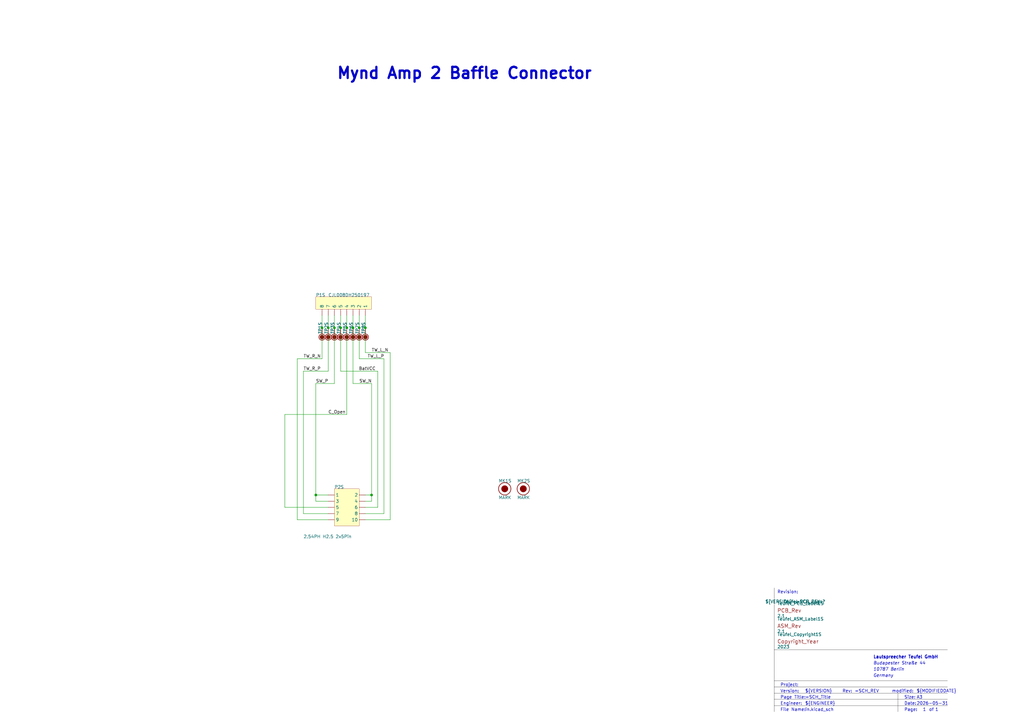
<source format=kicad_sch>
(kicad_sch
	(version 20231120)
	(generator "eeschema")
	(generator_version "8.0")
	(uuid "38c9208b-1f45-43eb-8407-32e87f11e7e5")
	(paper "A3")
	(title_block
		(title "=SCH_Title")
		(rev "=SCH_REV")
	)
	(lib_symbols
		(symbol "Mynd_Conn-altium-import:root_0_CON 2X5P"
			(exclude_from_sim no)
			(in_bom yes)
			(on_board yes)
			(property "Reference" ""
				(at 0 0 0)
				(effects
					(font
						(size 1.27 1.27)
					)
				)
			)
			(property "Value" ""
				(at 0 0 0)
				(effects
					(font
						(size 1.27 1.27)
					)
				)
			)
			(property "Footprint" ""
				(at 0 0 0)
				(effects
					(font
						(size 1.27 1.27)
					)
					(hide yes)
				)
			)
			(property "Datasheet" ""
				(at 0 0 0)
				(effects
					(font
						(size 1.27 1.27)
					)
					(hide yes)
				)
			)
			(property "Description" "SMD BTB CONNECTOR 10P P2.54mm GOLD"
				(at 0 0 0)
				(effects
					(font
						(size 1.27 1.27)
					)
					(hide yes)
				)
			)
			(property "ki_fp_filters" "*Pin_Header_SMD_Side_2X5_254*"
				(at 0 0 0)
				(effects
					(font
						(size 1.27 1.27)
					)
					(hide yes)
				)
			)
			(symbol "root_0_CON 2X5P_1_0"
				(rectangle
					(start 10.16 0)
					(end 0 -15.24)
					(stroke
						(width 0.0254)
						(type solid)
						(color 128 0 0 1)
					)
					(fill
						(type background)
					)
				)
				(pin passive line
					(at -2.54 -2.54 0)
					(length 2.54)
					(name "1"
						(effects
							(font
								(size 1.27 1.27)
							)
						)
					)
					(number "1"
						(effects
							(font
								(size 0 0)
							)
						)
					)
				)
				(pin passive line
					(at 12.7 -12.7 180)
					(length 2.54)
					(name "10"
						(effects
							(font
								(size 1.27 1.27)
							)
						)
					)
					(number "10"
						(effects
							(font
								(size 0 0)
							)
						)
					)
				)
				(pin passive line
					(at 12.7 -2.54 180)
					(length 2.54)
					(name "2"
						(effects
							(font
								(size 1.27 1.27)
							)
						)
					)
					(number "2"
						(effects
							(font
								(size 0 0)
							)
						)
					)
				)
				(pin passive line
					(at -2.54 -5.08 0)
					(length 2.54)
					(name "3"
						(effects
							(font
								(size 1.27 1.27)
							)
						)
					)
					(number "3"
						(effects
							(font
								(size 0 0)
							)
						)
					)
				)
				(pin passive line
					(at 12.7 -5.08 180)
					(length 2.54)
					(name "4"
						(effects
							(font
								(size 1.27 1.27)
							)
						)
					)
					(number "4"
						(effects
							(font
								(size 0 0)
							)
						)
					)
				)
				(pin passive line
					(at -2.54 -7.62 0)
					(length 2.54)
					(name "5"
						(effects
							(font
								(size 1.27 1.27)
							)
						)
					)
					(number "5"
						(effects
							(font
								(size 0 0)
							)
						)
					)
				)
				(pin passive line
					(at 12.7 -7.62 180)
					(length 2.54)
					(name "6"
						(effects
							(font
								(size 1.27 1.27)
							)
						)
					)
					(number "6"
						(effects
							(font
								(size 0 0)
							)
						)
					)
				)
				(pin passive line
					(at -2.54 -10.16 0)
					(length 2.54)
					(name "7"
						(effects
							(font
								(size 1.27 1.27)
							)
						)
					)
					(number "7"
						(effects
							(font
								(size 0 0)
							)
						)
					)
				)
				(pin passive line
					(at 12.7 -10.16 180)
					(length 2.54)
					(name "8"
						(effects
							(font
								(size 1.27 1.27)
							)
						)
					)
					(number "8"
						(effects
							(font
								(size 0 0)
							)
						)
					)
				)
				(pin passive line
					(at -2.54 -12.7 0)
					(length 2.54)
					(name "9"
						(effects
							(font
								(size 1.27 1.27)
							)
						)
					)
					(number "9"
						(effects
							(font
								(size 0 0)
							)
						)
					)
				)
			)
		)
		(symbol "Mynd_Conn-altium-import:root_0_MARK"
			(exclude_from_sim no)
			(in_bom yes)
			(on_board yes)
			(property "Reference" ""
				(at 0 0 0)
				(effects
					(font
						(size 1.27 1.27)
					)
				)
			)
			(property "Value" ""
				(at 0 0 0)
				(effects
					(font
						(size 1.27 1.27)
					)
				)
			)
			(property "Footprint" ""
				(at 0 0 0)
				(effects
					(font
						(size 1.27 1.27)
					)
					(hide yes)
				)
			)
			(property "Datasheet" ""
				(at 0 0 0)
				(effects
					(font
						(size 1.27 1.27)
					)
					(hide yes)
				)
			)
			(property "Description" "MARK DOT"
				(at 0 0 0)
				(effects
					(font
						(size 1.27 1.27)
					)
					(hide yes)
				)
			)
			(property "ki_fp_filters" "*MARK*"
				(at 0 0 0)
				(effects
					(font
						(size 1.27 1.27)
					)
					(hide yes)
				)
			)
			(symbol "root_0_MARK_1_0"
				(circle
					(center 0 0)
					(radius 1.27)
					(stroke
						(width 0.254)
						(type solid)
					)
					(fill
						(type outline)
					)
				)
				(circle
					(center 0 0)
					(radius 2.54)
					(stroke
						(width 0.254)
						(type solid)
					)
					(fill
						(type none)
					)
				)
				(pin passive line
					(at 1.27 0 180)
					(length 1.27)
					(name "MK_B"
						(effects
							(font
								(size 0 0)
							)
						)
					)
					(number "MK_B"
						(effects
							(font
								(size 0 0)
							)
						)
					)
				)
				(pin passive line
					(at -1.27 0 0)
					(length 1.27)
					(name "MK_T"
						(effects
							(font
								(size 0 0)
							)
						)
					)
					(number "MK_T"
						(effects
							(font
								(size 0 0)
							)
						)
					)
				)
			)
		)
		(symbol "Mynd_Conn-altium-import:root_0_Teufel NoLogo"
			(exclude_from_sim no)
			(in_bom yes)
			(on_board yes)
			(property "Reference" ""
				(at 0 0 0)
				(effects
					(font
						(size 1.27 1.27)
					)
				)
			)
			(property "Value" ""
				(at 0 0 0)
				(effects
					(font
						(size 1.27 1.27)
					)
				)
			)
			(property "Footprint" ""
				(at 0 0 0)
				(effects
					(font
						(size 1.27 1.27)
					)
					(hide yes)
				)
			)
			(property "Datasheet" ""
				(at 0 0 0)
				(effects
					(font
						(size 1.27 1.27)
					)
					(hide yes)
				)
			)
			(property "Description" "Teufel PCB NoLogo"
				(at 0 0 0)
				(effects
					(font
						(size 1.27 1.27)
					)
					(hide yes)
				)
			)
			(property "ki_fp_filters" "*Teufel_NoLogo*"
				(at 0 0 0)
				(effects
					(font
						(size 1.27 1.27)
					)
					(hide yes)
				)
			)
		)
		(symbol "Mynd_Conn-altium-import:root_0_Teufel_ASM_Rev"
			(exclude_from_sim no)
			(in_bom yes)
			(on_board yes)
			(property "Reference" ""
				(at 0 0 0)
				(effects
					(font
						(size 1.27 1.27)
					)
				)
			)
			(property "Value" ""
				(at 0 0 0)
				(effects
					(font
						(size 1.27 1.27)
					)
				)
			)
			(property "Footprint" ""
				(at 0 0 0)
				(effects
					(font
						(size 1.27 1.27)
					)
					(hide yes)
				)
			)
			(property "Datasheet" ""
				(at 0 0 0)
				(effects
					(font
						(size 1.27 1.27)
					)
					(hide yes)
				)
			)
			(property "Description" "Teufel Assembly Rev. PCB Label"
				(at 0 0 0)
				(effects
					(font
						(size 1.27 1.27)
					)
					(hide yes)
				)
			)
			(property "ki_fp_filters" "*Teufel_ASM_Rev*"
				(at 0 0 0)
				(effects
					(font
						(size 1.27 1.27)
					)
					(hide yes)
				)
			)
			(symbol "root_0_Teufel_ASM_Rev_1_0"
				(text "ASM_Rev"
					(at 0 0 0)
					(effects
						(font
							(size 1.524 1.524)
						)
						(justify left bottom)
					)
				)
			)
		)
		(symbol "Mynd_Conn-altium-import:root_0_Teufel_Copyright"
			(exclude_from_sim no)
			(in_bom yes)
			(on_board yes)
			(property "Reference" ""
				(at 0 0 0)
				(effects
					(font
						(size 1.27 1.27)
					)
				)
			)
			(property "Value" ""
				(at 0 0 0)
				(effects
					(font
						(size 1.27 1.27)
					)
				)
			)
			(property "Footprint" ""
				(at 0 0 0)
				(effects
					(font
						(size 1.27 1.27)
					)
					(hide yes)
				)
			)
			(property "Datasheet" ""
				(at 0 0 0)
				(effects
					(font
						(size 1.27 1.27)
					)
					(hide yes)
				)
			)
			(property "Description" "Teufel Copyright PCB Label"
				(at 0 0 0)
				(effects
					(font
						(size 1.27 1.27)
					)
					(hide yes)
				)
			)
			(property "ki_fp_filters" "*Teufel_Copyright*"
				(at 0 0 0)
				(effects
					(font
						(size 1.27 1.27)
					)
					(hide yes)
				)
			)
			(symbol "root_0_Teufel_Copyright_1_0"
				(text "Copyright_Year"
					(at 0 0 0)
					(effects
						(font
							(size 1.524 1.524)
						)
						(justify left bottom)
					)
				)
			)
		)
		(symbol "Mynd_Conn-altium-import:root_0_Teufel_PCB_Rev"
			(exclude_from_sim no)
			(in_bom yes)
			(on_board yes)
			(property "Reference" ""
				(at 0 0 0)
				(effects
					(font
						(size 1.27 1.27)
					)
				)
			)
			(property "Value" ""
				(at 0 0 0)
				(effects
					(font
						(size 1.27 1.27)
					)
				)
			)
			(property "Footprint" ""
				(at 0 0 0)
				(effects
					(font
						(size 1.27 1.27)
					)
					(hide yes)
				)
			)
			(property "Datasheet" ""
				(at 0 0 0)
				(effects
					(font
						(size 1.27 1.27)
					)
					(hide yes)
				)
			)
			(property "Description" "Teufel PCB Rev. PCB Label"
				(at 0 0 0)
				(effects
					(font
						(size 1.27 1.27)
					)
					(hide yes)
				)
			)
			(property "ki_fp_filters" "*Teufel_PCB_Rev*"
				(at 0 0 0)
				(effects
					(font
						(size 1.27 1.27)
					)
					(hide yes)
				)
			)
			(symbol "root_0_Teufel_PCB_Rev_1_0"
				(text "PCB_Rev"
					(at 0 0 0)
					(effects
						(font
							(size 1.524 1.524)
						)
						(justify left bottom)
					)
				)
			)
		)
		(symbol "Mynd_Conn-altium-import:root_3_CON 8P"
			(exclude_from_sim no)
			(in_bom yes)
			(on_board yes)
			(property "Reference" ""
				(at 0 0 0)
				(effects
					(font
						(size 1.27 1.27)
					)
				)
			)
			(property "Value" ""
				(at 0 0 0)
				(effects
					(font
						(size 1.27 1.27)
					)
				)
			)
			(property "Footprint" ""
				(at 0 0 0)
				(effects
					(font
						(size 1.27 1.27)
					)
					(hide yes)
				)
			)
			(property "Datasheet" ""
				(at 0 0 0)
				(effects
					(font
						(size 1.27 1.27)
					)
					(hide yes)
				)
			)
			(property "Description" "SMD BTB CONNECTOR 8P P2.5mm GOLD"
				(at 0 0 0)
				(effects
					(font
						(size 1.27 1.27)
					)
					(hide yes)
				)
			)
			(property "ki_fp_filters" "*CJL008DH250197*"
				(at 0 0 0)
				(effects
					(font
						(size 1.27 1.27)
					)
					(hide yes)
				)
			)
			(symbol "root_3_CON 8P_1_0"
				(rectangle
					(start 0 0)
					(end -22.86 -5.08)
					(stroke
						(width 0.0254)
						(type solid)
						(color 128 0 0 1)
					)
					(fill
						(type background)
					)
				)
				(pin passive line
					(at -2.54 -7.62 90)
					(length 2.54)
					(name "1"
						(effects
							(font
								(size 1.27 1.27)
							)
						)
					)
					(number "1"
						(effects
							(font
								(size 0 0)
							)
						)
					)
				)
				(pin passive line
					(at -5.08 -7.62 90)
					(length 2.54)
					(name "2"
						(effects
							(font
								(size 1.27 1.27)
							)
						)
					)
					(number "2"
						(effects
							(font
								(size 0 0)
							)
						)
					)
				)
				(pin passive line
					(at -7.62 -7.62 90)
					(length 2.54)
					(name "3"
						(effects
							(font
								(size 1.27 1.27)
							)
						)
					)
					(number "3"
						(effects
							(font
								(size 0 0)
							)
						)
					)
				)
				(pin passive line
					(at -10.16 -7.62 90)
					(length 2.54)
					(name "4"
						(effects
							(font
								(size 1.27 1.27)
							)
						)
					)
					(number "4"
						(effects
							(font
								(size 0 0)
							)
						)
					)
				)
				(pin passive line
					(at -12.7 -7.62 90)
					(length 2.54)
					(name "5"
						(effects
							(font
								(size 1.27 1.27)
							)
						)
					)
					(number "5"
						(effects
							(font
								(size 0 0)
							)
						)
					)
				)
				(pin passive line
					(at -15.24 -7.62 90)
					(length 2.54)
					(name "6"
						(effects
							(font
								(size 1.27 1.27)
							)
						)
					)
					(number "6"
						(effects
							(font
								(size 0 0)
							)
						)
					)
				)
				(pin passive line
					(at -17.78 -7.62 90)
					(length 2.54)
					(name "7"
						(effects
							(font
								(size 1.27 1.27)
							)
						)
					)
					(number "7"
						(effects
							(font
								(size 0 0)
							)
						)
					)
				)
				(pin passive line
					(at -20.32 -7.62 90)
					(length 2.54)
					(name "8"
						(effects
							(font
								(size 1.27 1.27)
							)
						)
					)
					(number "8"
						(effects
							(font
								(size 0 0)
							)
						)
					)
				)
			)
		)
		(symbol "Mynd_Conn-altium-import:root_3_TP"
			(exclude_from_sim no)
			(in_bom yes)
			(on_board yes)
			(property "Reference" ""
				(at 0 0 0)
				(effects
					(font
						(size 1.27 1.27)
					)
				)
			)
			(property "Value" ""
				(at 0 0 0)
				(effects
					(font
						(size 1.27 1.27)
					)
				)
			)
			(property "Footprint" ""
				(at 0 0 0)
				(effects
					(font
						(size 1.27 1.27)
					)
					(hide yes)
				)
			)
			(property "Datasheet" ""
				(at 0 0 0)
				(effects
					(font
						(size 1.27 1.27)
					)
					(hide yes)
				)
			)
			(property "Description" "Test Point"
				(at 0 0 0)
				(effects
					(font
						(size 1.27 1.27)
					)
					(hide yes)
				)
			)
			(property "ki_fp_filters" "*TP120*"
				(at 0 0 0)
				(effects
					(font
						(size 1.27 1.27)
					)
					(hide yes)
				)
			)
			(symbol "root_3_TP_1_0"
				(circle
					(center 0 -3.81)
					(radius 0.762)
					(stroke
						(width 0.254)
						(type solid)
					)
					(fill
						(type outline)
					)
				)
				(circle
					(center 0 -3.81)
					(radius 1.27)
					(stroke
						(width 0.254)
						(type solid)
					)
					(fill
						(type none)
					)
				)
				(pin passive line
					(at 0 0 270)
					(length 2.54)
					(name "1"
						(effects
							(font
								(size 0 0)
							)
						)
					)
					(number "1"
						(effects
							(font
								(size 0 0)
							)
						)
					)
				)
			)
		)
	)
	(junction
		(at 149.86 134.4422)
		(diameter 0)
		(color 0 0 0 0)
		(uuid "114ab53c-cd4e-4bfb-8e6c-0a5ffa30b14d")
	)
	(junction
		(at 152.4 203.0222)
		(diameter 0)
		(color 0 0 0 0)
		(uuid "2647c9f3-5270-4a15-b937-c641f39a41cb")
	)
	(junction
		(at 142.24 134.4422)
		(diameter 0)
		(color 0 0 0 0)
		(uuid "33eedbbc-5fe8-4bda-853e-15a58cadce4f")
	)
	(junction
		(at 132.08 134.4422)
		(diameter 0)
		(color 0 0 0 0)
		(uuid "44e1a8f6-e865-42f3-a4d1-6991a9917aba")
	)
	(junction
		(at 139.7 134.4422)
		(diameter 0)
		(color 0 0 0 0)
		(uuid "55e5bf72-61e6-4962-85d3-f6cd25a301ca")
	)
	(junction
		(at 144.78 134.4422)
		(diameter 0)
		(color 0 0 0 0)
		(uuid "7f26cffc-3cfc-4180-ba9b-ad30f5df5ea4")
	)
	(junction
		(at 147.32 134.4422)
		(diameter 0)
		(color 0 0 0 0)
		(uuid "881280ee-e121-482d-bf0f-996fb20e315c")
	)
	(junction
		(at 134.62 134.4422)
		(diameter 0)
		(color 0 0 0 0)
		(uuid "a18b9122-448f-4884-af27-a5e8e4cb57e6")
	)
	(junction
		(at 129.54 203.0222)
		(diameter 0)
		(color 0 0 0 0)
		(uuid "e3ca6bc3-d513-48cb-8778-378cc9f72e86")
	)
	(junction
		(at 137.16 134.4422)
		(diameter 0)
		(color 0 0 0 0)
		(uuid "ff369779-fe93-43ec-882a-ff6fdcaad5c1")
	)
	(wire
		(pts
			(xy 139.7 152.2222) (xy 154.94 152.2222)
		)
		(stroke
			(width 0)
			(type default)
		)
		(uuid "01677095-0046-4391-8c2d-eddb1f8655b9")
	)
	(wire
		(pts
			(xy 134.62 129.3622) (xy 134.62 134.4422)
		)
		(stroke
			(width 0)
			(type default)
		)
		(uuid "03f59da1-6540-4cb4-aac7-3f035c304816")
	)
	(wire
		(pts
			(xy 149.86 203.0222) (xy 152.4 203.0222)
		)
		(stroke
			(width 0)
			(type default)
		)
		(uuid "0a0b347b-b200-4927-a9e7-e43934ca404e")
	)
	(wire
		(pts
			(xy 129.54 157.3022) (xy 137.16 157.3022)
		)
		(stroke
			(width 0)
			(type default)
		)
		(uuid "0af72778-8077-4ef4-92b4-317b5136d123")
	)
	(wire
		(pts
			(xy 157.48 210.6422) (xy 149.86 210.6422)
		)
		(stroke
			(width 0)
			(type default)
		)
		(uuid "12c97465-640d-4343-8956-b17dac7e2139")
	)
	(wire
		(pts
			(xy 137.16 134.4422) (xy 137.16 129.3622)
		)
		(stroke
			(width 0)
			(type default)
		)
		(uuid "1d05ba70-873c-4271-8b86-d7a6d0331aed")
	)
	(wire
		(pts
			(xy 149.86 213.1822) (xy 160.02 213.1822)
		)
		(stroke
			(width 0)
			(type default)
		)
		(uuid "226a4a05-f905-495a-8c24-b84f1fd2a8fd")
	)
	(wire
		(pts
			(xy 139.7 134.4422) (xy 139.7 152.2222)
		)
		(stroke
			(width 0)
			(type default)
		)
		(uuid "233dff18-33b3-4ad1-b0d5-f57a2e9826aa")
	)
	(wire
		(pts
			(xy 116.84 170.0022) (xy 116.84 208.1022)
		)
		(stroke
			(width 0)
			(type default)
		)
		(uuid "2b26d366-bf71-4741-9085-33b3af1b498c")
	)
	(polyline
		(pts
			(xy 317.5 291.9222) (xy 317.5 266.5222)
		)
		(stroke
			(width 0.0254)
			(type solid)
			(color 0 0 0 1)
		)
		(uuid "339dd4df-397e-4b26-818f-070b7beff232")
	)
	(polyline
		(pts
			(xy 317.5 266.5222) (xy 388.62 266.5222)
		)
		(stroke
			(width 0.0254)
			(type solid)
			(color 0 0 0 1)
		)
		(uuid "3df6dd0f-a703-4d0d-9789-9dd79eb54d8f")
	)
	(wire
		(pts
			(xy 160.02 144.6022) (xy 149.86 144.6022)
		)
		(stroke
			(width 0)
			(type default)
		)
		(uuid "44d812b4-49ac-4e8f-9a30-3ee7325fbd41")
	)
	(wire
		(pts
			(xy 134.62 134.4422) (xy 134.62 152.2222)
		)
		(stroke
			(width 0)
			(type default)
		)
		(uuid "47dbdf88-00f1-456f-b88c-d7cb48e7c205")
	)
	(wire
		(pts
			(xy 129.54 205.5622) (xy 129.54 203.0222)
		)
		(stroke
			(width 0)
			(type default)
		)
		(uuid "4b63f025-cd6b-4a8d-a445-c543d7e2d94d")
	)
	(wire
		(pts
			(xy 132.08 129.3622) (xy 132.08 134.4422)
		)
		(stroke
			(width 0)
			(type default)
		)
		(uuid "4e3d7fc8-87ee-42ec-9a73-6bac6f8ab8ff")
	)
	(wire
		(pts
			(xy 142.24 129.3622) (xy 142.24 134.4422)
		)
		(stroke
			(width 0)
			(type default)
		)
		(uuid "5bd0f43a-b89d-446a-8fe1-424fd2ef132d")
	)
	(polyline
		(pts
			(xy 317.5 279.2222) (xy 388.62 279.2222)
		)
		(stroke
			(width 0.0254)
			(type solid)
			(color 0 0 0 1)
		)
		(uuid "628f7aa9-23d1-4096-99e1-85f79c8c41ac")
	)
	(wire
		(pts
			(xy 152.4 157.3022) (xy 144.78 157.3022)
		)
		(stroke
			(width 0)
			(type default)
		)
		(uuid "639a632f-ca93-4a04-bb79-0b337af652ff")
	)
	(wire
		(pts
			(xy 142.24 134.4422) (xy 142.24 170.0022)
		)
		(stroke
			(width 0)
			(type default)
		)
		(uuid "681835ec-b633-4ed2-b156-ba79aa78f793")
	)
	(wire
		(pts
			(xy 124.46 152.2222) (xy 124.46 210.6422)
		)
		(stroke
			(width 0)
			(type default)
		)
		(uuid "6c6d1215-bb25-471a-a7ba-687a31d2d039")
	)
	(wire
		(pts
			(xy 149.86 134.4422) (xy 149.86 129.3622)
		)
		(stroke
			(width 0)
			(type default)
		)
		(uuid "714a6c51-3313-4571-b9a2-193dd9958923")
	)
	(wire
		(pts
			(xy 160.02 213.1822) (xy 160.02 144.6022)
		)
		(stroke
			(width 0)
			(type default)
		)
		(uuid "789ed741-15f2-439c-8167-3d109a8cb217")
	)
	(wire
		(pts
			(xy 132.08 147.1422) (xy 121.92 147.1422)
		)
		(stroke
			(width 0)
			(type default)
		)
		(uuid "82c56c37-5457-4476-b2ce-96be803bffc8")
	)
	(wire
		(pts
			(xy 142.24 170.0022) (xy 116.84 170.0022)
		)
		(stroke
			(width 0)
			(type default)
		)
		(uuid "879262ab-182d-4370-a19b-b052c8ac9bde")
	)
	(wire
		(pts
			(xy 116.84 208.1022) (xy 134.62 208.1022)
		)
		(stroke
			(width 0)
			(type default)
		)
		(uuid "8a1f0c50-ed27-47e3-aa2d-d9b921420359")
	)
	(wire
		(pts
			(xy 139.7 129.3622) (xy 139.7 134.4422)
		)
		(stroke
			(width 0)
			(type default)
		)
		(uuid "93006d14-e5a3-4797-bcd9-e61f52028273")
	)
	(wire
		(pts
			(xy 147.32 134.4422) (xy 147.32 147.1422)
		)
		(stroke
			(width 0)
			(type default)
		)
		(uuid "962f921c-99d9-4f77-873e-b246a8fc6219")
	)
	(wire
		(pts
			(xy 121.92 147.1422) (xy 121.92 213.1822)
		)
		(stroke
			(width 0)
			(type default)
		)
		(uuid "a03d3c05-923e-4ea6-b04c-5a645afb1998")
	)
	(polyline
		(pts
			(xy 317.5 266.5222) (xy 317.5 241.1222)
		)
		(stroke
			(width 0.0254)
			(type solid)
			(color 0 0 0 1)
		)
		(uuid "a2f6dcb1-7dfb-41de-a155-f6c219227af6")
	)
	(wire
		(pts
			(xy 154.94 152.2222) (xy 154.94 208.1022)
		)
		(stroke
			(width 0)
			(type default)
		)
		(uuid "aa14ed97-5dbc-49f5-97ac-0c4b49ce2db4")
	)
	(wire
		(pts
			(xy 157.48 147.1422) (xy 157.48 210.6422)
		)
		(stroke
			(width 0)
			(type default)
		)
		(uuid "af755cf2-c6b6-4f21-be8e-395ecd550b44")
	)
	(wire
		(pts
			(xy 149.86 144.6022) (xy 149.86 134.4422)
		)
		(stroke
			(width 0)
			(type default)
		)
		(uuid "b7d0b850-1cc5-4120-82e0-2ffdb711395b")
	)
	(wire
		(pts
			(xy 137.16 157.3022) (xy 137.16 134.4422)
		)
		(stroke
			(width 0)
			(type default)
		)
		(uuid "b85f8444-6731-4b83-af27-1536a8042cc7")
	)
	(polyline
		(pts
			(xy 317.5 284.3022) (xy 388.62 284.3022)
		)
		(stroke
			(width 0.0254)
			(type solid)
			(color 0 0 0 1)
		)
		(uuid "b96ca468-7f67-41c9-9473-46ca56a34510")
	)
	(wire
		(pts
			(xy 129.54 203.0222) (xy 129.54 157.3022)
		)
		(stroke
			(width 0)
			(type default)
		)
		(uuid "b9c2f334-aa32-4205-bd32-cc0ea90ccd7d")
	)
	(wire
		(pts
			(xy 121.92 213.1822) (xy 134.62 213.1822)
		)
		(stroke
			(width 0)
			(type default)
		)
		(uuid "bdb2f3a2-0639-467c-a87c-4acca636761b")
	)
	(wire
		(pts
			(xy 124.46 210.6422) (xy 134.62 210.6422)
		)
		(stroke
			(width 0)
			(type default)
		)
		(uuid "c0dff9cf-911d-4139-b45a-40bc211e546b")
	)
	(wire
		(pts
			(xy 134.62 203.0222) (xy 129.54 203.0222)
		)
		(stroke
			(width 0)
			(type default)
		)
		(uuid "c416a082-983e-4762-aebd-a7e9e0617eac")
	)
	(polyline
		(pts
			(xy 317.5 281.7622) (xy 388.62 281.7622)
		)
		(stroke
			(width 0.0254)
			(type solid)
			(color 0 0 0 1)
		)
		(uuid "c82e7df5-08d6-41af-ad2b-c1ce9fd2736a")
	)
	(wire
		(pts
			(xy 144.78 157.3022) (xy 144.78 134.4422)
		)
		(stroke
			(width 0)
			(type default)
		)
		(uuid "cc5f8b6b-a8de-429c-b5af-c019f9275859")
	)
	(polyline
		(pts
			(xy 368.3 291.9222) (xy 368.3 284.3022)
		)
		(stroke
			(width 0.0254)
			(type solid)
			(color 0 0 0 1)
		)
		(uuid "d52d311d-aec7-4906-b6b6-cf0bfc5a134f")
	)
	(wire
		(pts
			(xy 132.08 134.4422) (xy 132.08 147.1422)
		)
		(stroke
			(width 0)
			(type default)
		)
		(uuid "dc3cf38f-9411-4a26-b71b-66dd23758470")
	)
	(wire
		(pts
			(xy 152.4 205.5622) (xy 152.4 203.0222)
		)
		(stroke
			(width 0)
			(type default)
		)
		(uuid "e3e589bc-c362-4377-a29b-db80a9ab1a6d")
	)
	(wire
		(pts
			(xy 134.62 152.2222) (xy 124.46 152.2222)
		)
		(stroke
			(width 0)
			(type default)
		)
		(uuid "e8017a55-9122-4e94-9d2c-85ad940d11f2")
	)
	(wire
		(pts
			(xy 152.4 203.0222) (xy 152.4 157.3022)
		)
		(stroke
			(width 0)
			(type default)
		)
		(uuid "e8adf0a8-475f-4638-b9f0-23c7df7719fb")
	)
	(wire
		(pts
			(xy 144.78 134.4422) (xy 144.78 129.3622)
		)
		(stroke
			(width 0)
			(type default)
		)
		(uuid "e963b464-d36d-4fd4-80d5-d5ac23ab3449")
	)
	(wire
		(pts
			(xy 147.32 129.3622) (xy 147.32 134.4422)
		)
		(stroke
			(width 0)
			(type default)
		)
		(uuid "eafe3264-bdaa-4a06-8eb0-91afb18363f3")
	)
	(wire
		(pts
			(xy 147.32 147.1422) (xy 157.48 147.1422)
		)
		(stroke
			(width 0)
			(type default)
		)
		(uuid "ef849e5d-45af-4418-acf8-20c04032ede1")
	)
	(wire
		(pts
			(xy 154.94 208.1022) (xy 149.86 208.1022)
		)
		(stroke
			(width 0)
			(type default)
		)
		(uuid "f0faf9b7-3c1c-4b57-ae2b-d07eef2ccbc8")
	)
	(wire
		(pts
			(xy 149.86 205.5622) (xy 152.4 205.5622)
		)
		(stroke
			(width 0)
			(type default)
		)
		(uuid "f4e37ca7-5ae3-478a-9800-f30a59708ad8")
	)
	(polyline
		(pts
			(xy 317.5 286.8422) (xy 388.62 286.8422)
		)
		(stroke
			(width 0.0254)
			(type solid)
			(color 0 0 0 1)
		)
		(uuid "f556a5ee-60eb-4d56-87ea-172ced6ba98f")
	)
	(wire
		(pts
			(xy 134.62 205.5622) (xy 129.54 205.5622)
		)
		(stroke
			(width 0)
			(type default)
		)
		(uuid "f99e6c77-f1c1-43ca-88a9-f0106cebc019")
	)
	(polyline
		(pts
			(xy 317.5 289.3822) (xy 388.62 289.3822)
		)
		(stroke
			(width 0.0254)
			(type solid)
			(color 0 0 0 1)
		)
		(uuid "fa3e9dc7-473f-4cf1-adfc-7b4838fb02b3")
	)
	(text "Mynd Amp 2 Baffle Connector"
		(exclude_from_sim no)
		(at 190.5 32.8422 0)
		(effects
			(font
				(size 4.572 4.572)
				(thickness 0.9144)
				(bold yes)
			)
			(justify bottom)
		)
		(uuid "026be4d3-e3e3-4729-bce3-5188a6d89611")
	)
	(text "${FILENAME}"
		(exclude_from_sim no)
		(at 330.2 291.9222 0)
		(effects
			(font
				(size 1.27 1.27)
			)
			(justify left bottom)
		)
		(uuid "02b9ee4d-a1d6-4593-9235-63fe867f33bb")
	)
	(text "Date:"
		(exclude_from_sim no)
		(at 370.84 289.3822 0)
		(effects
			(font
				(size 1.27 1.27)
			)
			(justify left bottom)
		)
		(uuid "1f57825d-7c58-49fb-8e1e-ac982887bbf5")
	)
	(text "Version:"
		(exclude_from_sim no)
		(at 320.04 284.3022 0)
		(effects
			(font
				(size 1.27 1.27)
			)
			(justify left bottom)
		)
		(uuid "268bd858-2c06-4c22-9176-59944d5fe019")
	)
	(text "Germany"
		(exclude_from_sim no)
		(at 358.14 277.9522 0)
		(effects
			(font
				(size 1.27 1.27)
				(italic yes)
			)
			(justify left bottom)
		)
		(uuid "272d1ee3-3433-410a-bac9-09c2dbb48f99")
	)
	(text "Size:"
		(exclude_from_sim no)
		(at 370.84 286.8422 0)
		(effects
			(font
				(size 1.27 1.27)
			)
			(justify left bottom)
		)
		(uuid "3063a780-2851-4d76-a61e-387840e87ff7")
	)
	(text "Page Title:"
		(exclude_from_sim no)
		(at 320.04 286.8422 0)
		(effects
			(font
				(size 1.27 1.27)
			)
			(justify left bottom)
		)
		(uuid "32e0728d-e7d5-41fe-a5e5-0619223bfc68")
	)
	(text "${PROJECTNAME}"
		(exclude_from_sim no)
		(at 330.2 281.7622 0)
		(effects
			(font
				(size 1.27 1.27)
			)
			(justify left bottom)
		)
		(uuid "3f164309-a73b-4b5d-b75e-d4688d56c44b")
	)
	(text "Lautspreecher Teufel GmbH"
		(exclude_from_sim no)
		(at 358.14 270.3322 0)
		(effects
			(font
				(size 1.27 1.27)
				(thickness 0.254)
				(bold yes)
			)
			(justify left bottom)
		)
		(uuid "43cad2e2-4f6a-44e8-92ac-598c414e324a")
	)
	(text "modified:"
		(exclude_from_sim no)
		(at 365.76 284.3022 0)
		(effects
			(font
				(size 1.27 1.27)
			)
			(justify left bottom)
		)
		(uuid "4722b800-5c02-45e8-84a6-62a7bfb3957d")
	)
	(text "Budapester Straße 44"
		(exclude_from_sim no)
		(at 358.14 272.8722 0)
		(effects
			(font
				(size 1.27 1.27)
				(italic yes)
			)
			(justify left bottom)
		)
		(uuid "4e82aa5c-c121-4fae-a507-325673244130")
	)
	(text "${REVISION}"
		(exclude_from_sim no)
		(at 350.52 284.3022 0)
		(effects
			(font
				(size 1.27 1.27)
			)
			(justify left bottom)
		)
		(uuid "52cf2ea7-de9f-4b02-925a-777130f1b401")
	)
	(text "${MODIFIEDDATE}"
		(exclude_from_sim no)
		(at 375.92 284.3022 0)
		(effects
			(font
				(size 1.27 1.27)
			)
			(justify left bottom)
		)
		(uuid "568955c9-fb84-46cd-a070-e4dd5556b9a0")
	)
	(text "Revision:"
		(exclude_from_sim no)
		(at 318.77 243.6622 0)
		(effects
			(font
				(size 1.27 1.27)
			)
			(justify left bottom)
		)
		(uuid "6e7cec31-741e-4600-8e90-0b0a096a1349")
	)
	(text "Project:"
		(exclude_from_sim no)
		(at 320.04 281.7622 0)
		(effects
			(font
				(size 1.27 1.27)
			)
			(justify left bottom)
		)
		(uuid "72126497-3133-4991-9f26-0390a3d8564c")
	)
	(text "${#}"
		(exclude_from_sim no)
		(at 378.46 291.9222 0)
		(effects
			(font
				(size 1.27 1.27)
			)
			(justify left bottom)
		)
		(uuid "74a3910c-b927-4c92-b80c-e0829e2717ee")
	)
	(text "Rev:"
		(exclude_from_sim no)
		(at 345.44 284.3022 0)
		(effects
			(font
				(size 1.27 1.27)
			)
			(justify left bottom)
		)
		(uuid "7534cd88-1a8c-4d32-a591-44c09fd444aa")
	)
	(text "of"
		(exclude_from_sim no)
		(at 381 291.9222 0)
		(effects
			(font
				(size 1.27 1.27)
			)
			(justify left bottom)
		)
		(uuid "7bb2dc6f-22bd-4b60-afd9-88d2a010ad2a")
	)
	(text "${ENGINEER}"
		(exclude_from_sim no)
		(at 330.2 289.3822 0)
		(effects
			(font
				(size 1.27 1.27)
			)
			(justify left bottom)
		)
		(uuid "7fe2a338-ccd6-4e69-9440-411eebbf6920")
	)
	(text "File Name:"
		(exclude_from_sim no)
		(at 320.04 291.9222 0)
		(effects
			(font
				(size 1.27 1.27)
			)
			(justify left bottom)
		)
		(uuid "8828c77b-2575-4f78-b616-106eb92f2e43")
	)
	(text "${CURRENT_DATE}"
		(exclude_from_sim no)
		(at 375.92 289.3822 0)
		(effects
			(font
				(size 1.27 1.27)
			)
			(justify left bottom)
		)
		(uuid "888b1cf8-3fda-40c5-b987-0992642f0825")
	)
	(text "${VERSION}"
		(exclude_from_sim no)
		(at 330.2 284.3022 0)
		(effects
			(font
				(size 1.27 1.27)
			)
			(justify left bottom)
		)
		(uuid "9bd8ad83-9d9e-4556-9f0a-7f6960d8682a")
	)
	(text "Page:"
		(exclude_from_sim no)
		(at 370.84 291.9222 0)
		(effects
			(font
				(size 1.27 1.27)
			)
			(justify left bottom)
		)
		(uuid "b8af7093-5109-4ee9-afb0-368ae1e7b40e")
	)
	(text "${##}"
		(exclude_from_sim no)
		(at 383.54 291.9222 0)
		(effects
			(font
				(size 1.27 1.27)
			)
			(justify left bottom)
		)
		(uuid "bcf1ed37-c3ff-43f7-92b1-8f30ec27cd8b")
	)
	(text "Engineer:"
		(exclude_from_sim no)
		(at 320.04 289.3822 0)
		(effects
			(font
				(size 1.27 1.27)
			)
			(justify left bottom)
		)
		(uuid "f8b8d0fc-e424-4418-b990-4c2876f7172c")
	)
	(text "${TITLE}"
		(exclude_from_sim no)
		(at 330.2 286.8422 0)
		(effects
			(font
				(size 1.27 1.27)
			)
			(justify left bottom)
		)
		(uuid "f9ea53c6-4eb9-4d60-a550-dc08db7ca06f")
	)
	(text "10787 Berlin"
		(exclude_from_sim no)
		(at 358.14 275.4122 0)
		(effects
			(font
				(size 1.27 1.27)
				(italic yes)
			)
			(justify left bottom)
		)
		(uuid "fa42a8b4-46f9-4c35-9518-587c690c7290")
	)
	(text "A3"
		(exclude_from_sim no)
		(at 375.92 286.8422 0)
		(effects
			(font
				(size 1.27 1.27)
			)
			(justify left bottom)
		)
		(uuid "fe3b24b3-d1c6-48a1-a11a-b748a7167a5d")
	)
	(label "C_Open"
		(at 134.62 170.0022 0)
		(effects
			(font
				(size 1.27 1.27)
			)
			(justify left bottom)
		)
		(uuid "6b82c71b-c531-430e-8fe7-d611b8ca63e2")
	)
	(label "TW_L_P"
		(at 150.716 147.1422 0)
		(effects
			(font
				(size 1.27 1.27)
			)
			(justify left bottom)
		)
		(uuid "8e860057-0ba2-4cba-9d0d-9660cec91ea4")
	)
	(label "TW_R_N"
		(at 124.46 147.1422 0)
		(effects
			(font
				(size 1.27 1.27)
			)
			(justify left bottom)
		)
		(uuid "997005a2-2f35-47e6-aaa4-0fc286edd0b6")
	)
	(label "BatVCC"
		(at 147.118 152.2222 0)
		(effects
			(font
				(size 1.27 1.27)
			)
			(justify left bottom)
		)
		(uuid "aba7f73e-d30d-41cc-bb31-4cbb8146345b")
	)
	(label "SW_N"
		(at 147.32 157.3022 0)
		(effects
			(font
				(size 1.27 1.27)
			)
			(justify left bottom)
		)
		(uuid "af91db90-73d3-46f0-8fa1-e39f8951effe")
	)
	(label "TW_R_P"
		(at 124.46 152.2222 0)
		(effects
			(font
				(size 1.27 1.27)
			)
			(justify left bottom)
		)
		(uuid "bdaa6f21-94bc-47d1-a140-8fb06e2fe8cf")
	)
	(label "SW_P"
		(at 129.54 157.3022 0)
		(effects
			(font
				(size 1.27 1.27)
			)
			(justify left bottom)
		)
		(uuid "db33dc5c-f530-4b9c-8404-16511b013d6e")
	)
	(label "TW_L_N"
		(at 152.4 144.6022 0)
		(effects
			(font
				(size 1.27 1.27)
			)
			(justify left bottom)
		)
		(uuid "f8d2544a-4dd3-41de-a6d8-210a8f250396")
	)
	(symbol
		(lib_id "Mynd_Conn-altium-import:root_0_Teufel_Copyright")
		(at 318.77 263.9822 0)
		(unit 1)
		(exclude_from_sim no)
		(in_bom yes)
		(on_board yes)
		(dnp no)
		(uuid "11b2e491-a2b9-4cc3-a0b1-6633c1dc071d")
		(property "Reference" "Teufel_Copyright1S"
			(at 318.77 260.9342 0)
			(effects
				(font
					(size 1.27 1.27)
				)
				(justify left bottom)
			)
		)
		(property "Value" "${ALTIUM_VALUE}"
			(at 318.77 266.0142 0)
			(effects
				(font
					(size 1.27 1.27)
				)
				(justify left bottom)
			)
		)
		(property "Footprint" "Teufel_Copyright"
			(at 318.77 263.9822 0)
			(effects
				(font
					(size 1.27 1.27)
				)
				(hide yes)
			)
		)
		(property "Datasheet" ""
			(at 318.77 263.9822 0)
			(effects
				(font
					(size 1.27 1.27)
				)
				(hide yes)
			)
		)
		(property "Description" "Teufel Copyright PCB Label"
			(at 318.77 263.9822 0)
			(effects
				(font
					(size 1.27 1.27)
				)
				(hide yes)
			)
		)
		(property "ALTIUM_VALUE" "2023"
			(at 318.77 260.9342 0)
			(effects
				(font
					(size 1.27 1.27)
				)
				(justify left bottom)
				(hide yes)
			)
		)
		(instances
			(project ""
				(path "/38c9208b-1f45-43eb-8407-32e87f11e7e5"
					(reference "Teufel_Copyright1S")
					(unit 1)
				)
			)
		)
	)
	(symbol
		(lib_id "Mynd_Conn-altium-import:root_3_TP")
		(at 142.24 134.4422 0)
		(unit 1)
		(exclude_from_sim no)
		(in_bom yes)
		(on_board yes)
		(dnp no)
		(uuid "2bbd4c0c-06c4-492e-8935-41ed058ad0c3")
		(property "Reference" "TP5S"
			(at 142.24 136.9822 90)
			(effects
				(font
					(size 1.27 1.27)
				)
				(justify left bottom)
			)
		)
		(property "Value" "TP12"
			(at 140.97 143.0782 0)
			(effects
				(font
					(size 1.27 1.27)
				)
				(justify left bottom)
				(hide yes)
			)
		)
		(property "Footprint" "TP120"
			(at 142.24 134.4422 0)
			(effects
				(font
					(size 1.27 1.27)
				)
				(hide yes)
			)
		)
		(property "Datasheet" ""
			(at 142.24 134.4422 0)
			(effects
				(font
					(size 1.27 1.27)
				)
				(hide yes)
			)
		)
		(property "Description" "Test Point"
			(at 142.24 134.4422 0)
			(effects
				(font
					(size 1.27 1.27)
				)
				(hide yes)
			)
		)
		(property "DESIGN ITEM ID" "TP"
			(at 140.97 133.9342 0)
			(effects
				(font
					(size 1.27 1.27)
				)
				(justify left bottom)
				(hide yes)
			)
		)
		(pin "1"
			(uuid "609e6484-1c05-49d3-8411-4c9acb30a07c")
		)
		(instances
			(project ""
				(path "/38c9208b-1f45-43eb-8407-32e87f11e7e5"
					(reference "TP5S")
					(unit 1)
				)
			)
		)
	)
	(symbol
		(lib_id "Mynd_Conn-altium-import:root_3_CON 8P")
		(at 152.4 121.7422 0)
		(unit 1)
		(exclude_from_sim no)
		(in_bom yes)
		(on_board yes)
		(dnp no)
		(uuid "2d4c9304-9af2-4b88-9d1d-e17de0a90beb")
		(property "Reference" "P1S"
			(at 129.54 121.7422 0)
			(effects
				(font
					(size 1.27 1.27)
				)
				(justify left bottom)
			)
		)
		(property "Value" "${ALTIUM_VALUE}"
			(at 134.62 121.7422 0)
			(effects
				(font
					(size 1.27 1.27)
				)
				(justify left bottom)
			)
		)
		(property "Footprint" "CJL008DH250197"
			(at 152.4 121.7422 0)
			(effects
				(font
					(size 1.27 1.27)
				)
				(hide yes)
			)
		)
		(property "Datasheet" ""
			(at 152.4 121.7422 0)
			(effects
				(font
					(size 1.27 1.27)
				)
				(hide yes)
			)
		)
		(property "Description" "SMD BTB CONNECTOR 8P P2.5mm GOLD"
			(at 152.4 121.7422 0)
			(effects
				(font
					(size 1.27 1.27)
				)
				(hide yes)
			)
		)
		(property "MANUFACTURER" "CHUANGJIEL"
			(at 129.54 121.7422 0)
			(effects
				(font
					(size 1.27 1.27)
				)
				(justify left bottom)
				(hide yes)
			)
		)
		(property "SYSTEM" "Connector"
			(at 129.54 132.4102 0)
			(effects
				(font
					(size 1.27 1.27)
				)
				(justify left bottom)
				(hide yes)
			)
		)
		(property "PART_NUMBER" "CJL008DH250197"
			(at 129.54 119.2022 0)
			(effects
				(font
					(size 1.27 1.27)
				)
				(justify left bottom)
				(hide yes)
			)
		)
		(property "PART_TYPE" "Connector BTB SMT"
			(at 129.54 119.2022 0)
			(effects
				(font
					(size 1.27 1.27)
				)
				(justify left bottom)
				(hide yes)
			)
		)
		(property "ALTIUM_VALUE" "${PART_NUMBER}"
			(at 129.54 119.2022 0)
			(effects
				(font
					(size 1.27 1.27)
				)
				(justify left bottom)
				(hide yes)
			)
		)
		(pin "1"
			(uuid "9f51d1a9-2e6a-4811-a8e2-347557c9b017")
		)
		(pin "6"
			(uuid "c09baaa7-f51b-472f-869a-85033f46c7a3")
		)
		(pin "2"
			(uuid "dc79025b-d793-4413-b372-542e8e4018d6")
		)
		(pin "8"
			(uuid "1faf4fe3-caed-4f9b-a62e-a4f29abd1a6f")
		)
		(pin "7"
			(uuid "082ed8b9-3752-4ff5-b136-53e351ac9496")
		)
		(pin "3"
			(uuid "936d337d-1b7b-42e2-8738-2037efe912ac")
		)
		(pin "4"
			(uuid "fcb50151-d1e7-468b-a3ef-22cb23c0917a")
		)
		(pin "5"
			(uuid "6a20196e-d5d2-4af0-8412-8e2dc0619838")
		)
		(instances
			(project ""
				(path "/38c9208b-1f45-43eb-8407-32e87f11e7e5"
					(reference "P1S")
					(unit 1)
				)
			)
		)
	)
	(symbol
		(lib_id "Mynd_Conn-altium-import:root_0_CON 2X5P")
		(at 137.16 200.4822 0)
		(unit 1)
		(exclude_from_sim no)
		(in_bom yes)
		(on_board yes)
		(dnp no)
		(uuid "43f9ea54-41f5-4a83-b6c9-bdc306af8e22")
		(property "Reference" "P2S"
			(at 137.16 200.4822 0)
			(effects
				(font
					(size 1.27 1.27)
				)
				(justify left bottom)
			)
		)
		(property "Value" "${ALTIUM_VALUE}"
			(at 124.46 220.8022 0)
			(effects
				(font
					(size 1.27 1.27)
				)
				(justify left bottom)
			)
		)
		(property "Footprint" "Pin_Header_SMD_Side_2X5_254"
			(at 137.16 200.4822 0)
			(effects
				(font
					(size 1.27 1.27)
				)
				(hide yes)
			)
		)
		(property "Datasheet" ""
			(at 137.16 200.4822 0)
			(effects
				(font
					(size 1.27 1.27)
				)
				(hide yes)
			)
		)
		(property "Description" "SMD BTB CONNECTOR 10P P2.54mm GOLD"
			(at 137.16 200.4822 0)
			(effects
				(font
					(size 1.27 1.27)
				)
				(hide yes)
			)
		)
		(property "MANUFACTURER" "MINGHENG"
			(at 134.112 200.4822 0)
			(effects
				(font
					(size 1.27 1.27)
				)
				(justify left bottom)
				(hide yes)
			)
		)
		(property "SYSTEM" "Connector"
			(at 124.46 223.3422 0)
			(effects
				(font
					(size 1.27 1.27)
				)
				(justify left bottom)
				(hide yes)
			)
		)
		(property "PART_NUMBER" "2.54PH H2.5 2x5Pin"
			(at 124.46 197.9422 0)
			(effects
				(font
					(size 1.27 1.27)
				)
				(justify left bottom)
				(hide yes)
			)
		)
		(property "PART_TYPE" "Connector BTB SMT"
			(at 124.46 197.9422 0)
			(effects
				(font
					(size 1.27 1.27)
				)
				(justify left bottom)
				(hide yes)
			)
		)
		(property "ALTIUM_VALUE" "${PART_NUMBER}"
			(at 124.46 197.9422 0)
			(effects
				(font
					(size 1.27 1.27)
				)
				(justify left bottom)
				(hide yes)
			)
		)
		(pin "6"
			(uuid "4e576ad1-9d02-40d6-9ae9-1a85f88ba0f7")
		)
		(pin "10"
			(uuid "a75738b0-d4b0-45b6-9be8-b1e23b242260")
		)
		(pin "8"
			(uuid "24e738fe-59e5-42f9-9abc-6b2991b9ac9c")
		)
		(pin "3"
			(uuid "86a31004-b997-4b23-b022-46e5d6ed8258")
		)
		(pin "2"
			(uuid "2c9a4843-68ef-4a0f-a00c-04e1164ea9ea")
		)
		(pin "4"
			(uuid "60c809d1-2995-4cbf-a0c1-b480e19a9d3a")
		)
		(pin "7"
			(uuid "88253e18-62d3-4ed6-b6d7-aeab22267964")
		)
		(pin "1"
			(uuid "d0314b50-aad4-4617-90d1-d2f1a02113e5")
		)
		(pin "9"
			(uuid "ac220bcd-e267-49e3-bf6c-b9cd4c5d64a7")
		)
		(pin "5"
			(uuid "74ba54bf-e997-4287-b8a3-9b2de5ce664a")
		)
		(instances
			(project ""
				(path "/38c9208b-1f45-43eb-8407-32e87f11e7e5"
					(reference "P2S")
					(unit 1)
				)
			)
		)
	)
	(symbol
		(lib_id "Mynd_Conn-altium-import:root_0_MARK")
		(at 207.01 200.4822 0)
		(unit 1)
		(exclude_from_sim no)
		(in_bom yes)
		(on_board yes)
		(dnp no)
		(uuid "48b76fbf-b9ca-43db-88dc-433f4909adea")
		(property "Reference" "MK1S"
			(at 204.47 197.9422 0)
			(effects
				(font
					(size 1.27 1.27)
				)
				(justify left bottom)
			)
		)
		(property "Value" "MARK"
			(at 204.47 204.8002 0)
			(effects
				(font
					(size 1.27 1.27)
				)
				(justify left bottom)
			)
		)
		(property "Footprint" "MARK"
			(at 207.01 200.4822 0)
			(effects
				(font
					(size 1.27 1.27)
				)
				(hide yes)
			)
		)
		(property "Datasheet" ""
			(at 207.01 200.4822 0)
			(effects
				(font
					(size 1.27 1.27)
				)
				(hide yes)
			)
		)
		(property "Description" "MARK DOT"
			(at 207.01 200.4822 0)
			(effects
				(font
					(size 1.27 1.27)
				)
				(hide yes)
			)
		)
		(property "DESIGN ITEM ID" "MARK"
			(at 204.47 197.4342 0)
			(effects
				(font
					(size 1.27 1.27)
				)
				(justify left bottom)
				(hide yes)
			)
		)
		(pin "MK_T"
			(uuid "1c181f27-2ed6-489c-b537-032049cd2829")
		)
		(pin "MK_B"
			(uuid "74ca3e2c-0ab0-420c-9074-ff3929084e6e")
		)
		(instances
			(project ""
				(path "/38c9208b-1f45-43eb-8407-32e87f11e7e5"
					(reference "MK1S")
					(unit 1)
				)
			)
		)
	)
	(symbol
		(lib_id "Mynd_Conn-altium-import:root_3_TP")
		(at 132.08 134.4422 0)
		(unit 1)
		(exclude_from_sim no)
		(in_bom yes)
		(on_board yes)
		(dnp no)
		(uuid "56ebac9f-e46e-4196-ad2d-abf72e6b4187")
		(property "Reference" "TP1S"
			(at 132.08 136.9822 90)
			(effects
				(font
					(size 1.27 1.27)
				)
				(justify left bottom)
			)
		)
		(property "Value" "TP12"
			(at 130.81 143.0782 0)
			(effects
				(font
					(size 1.27 1.27)
				)
				(justify left bottom)
				(hide yes)
			)
		)
		(property "Footprint" "TP120"
			(at 132.08 134.4422 0)
			(effects
				(font
					(size 1.27 1.27)
				)
				(hide yes)
			)
		)
		(property "Datasheet" ""
			(at 132.08 134.4422 0)
			(effects
				(font
					(size 1.27 1.27)
				)
				(hide yes)
			)
		)
		(property "Description" "Test Point"
			(at 132.08 134.4422 0)
			(effects
				(font
					(size 1.27 1.27)
				)
				(hide yes)
			)
		)
		(property "DESIGN ITEM ID" "TP"
			(at 130.81 133.9342 0)
			(effects
				(font
					(size 1.27 1.27)
				)
				(justify left bottom)
				(hide yes)
			)
		)
		(pin "1"
			(uuid "d55f7cb4-6f49-42d5-a8fd-64195c7a4007")
		)
		(instances
			(project ""
				(path "/38c9208b-1f45-43eb-8407-32e87f11e7e5"
					(reference "TP1S")
					(unit 1)
				)
			)
		)
	)
	(symbol
		(lib_id "Mynd_Conn-altium-import:root_3_TP")
		(at 134.62 134.4422 0)
		(unit 1)
		(exclude_from_sim no)
		(in_bom yes)
		(on_board yes)
		(dnp no)
		(uuid "71dd04ce-ff05-413d-ba30-ab90b5fc8dca")
		(property "Reference" "TP2S"
			(at 134.62 136.9822 90)
			(effects
				(font
					(size 1.27 1.27)
				)
				(justify left bottom)
			)
		)
		(property "Value" "TP12"
			(at 133.35 143.0782 0)
			(effects
				(font
					(size 1.27 1.27)
				)
				(justify left bottom)
				(hide yes)
			)
		)
		(property "Footprint" "TP120"
			(at 134.62 134.4422 0)
			(effects
				(font
					(size 1.27 1.27)
				)
				(hide yes)
			)
		)
		(property "Datasheet" ""
			(at 134.62 134.4422 0)
			(effects
				(font
					(size 1.27 1.27)
				)
				(hide yes)
			)
		)
		(property "Description" "Test Point"
			(at 134.62 134.4422 0)
			(effects
				(font
					(size 1.27 1.27)
				)
				(hide yes)
			)
		)
		(property "DESIGN ITEM ID" "TP"
			(at 133.35 133.9342 0)
			(effects
				(font
					(size 1.27 1.27)
				)
				(justify left bottom)
				(hide yes)
			)
		)
		(pin "1"
			(uuid "7a61df12-e0f1-4cc2-a1b4-477b65013da3")
		)
		(instances
			(project ""
				(path "/38c9208b-1f45-43eb-8407-32e87f11e7e5"
					(reference "TP2S")
					(unit 1)
				)
			)
		)
	)
	(symbol
		(lib_id "Mynd_Conn-altium-import:root_3_TP")
		(at 147.32 134.4422 0)
		(unit 1)
		(exclude_from_sim no)
		(in_bom yes)
		(on_board yes)
		(dnp no)
		(uuid "8c9e5ace-e8ea-40e8-8c06-9becb0a9b149")
		(property "Reference" "TP7S"
			(at 147.32 136.9822 90)
			(effects
				(font
					(size 1.27 1.27)
				)
				(justify left bottom)
			)
		)
		(property "Value" "TP12"
			(at 146.05 143.0782 0)
			(effects
				(font
					(size 1.27 1.27)
				)
				(justify left bottom)
				(hide yes)
			)
		)
		(property "Footprint" "TP120"
			(at 147.32 134.4422 0)
			(effects
				(font
					(size 1.27 1.27)
				)
				(hide yes)
			)
		)
		(property "Datasheet" ""
			(at 147.32 134.4422 0)
			(effects
				(font
					(size 1.27 1.27)
				)
				(hide yes)
			)
		)
		(property "Description" "Test Point"
			(at 147.32 134.4422 0)
			(effects
				(font
					(size 1.27 1.27)
				)
				(hide yes)
			)
		)
		(property "DESIGN ITEM ID" "TP"
			(at 146.05 133.9342 0)
			(effects
				(font
					(size 1.27 1.27)
				)
				(justify left bottom)
				(hide yes)
			)
		)
		(pin "1"
			(uuid "a0a57ec4-cd33-4387-8490-c6c9a720cec0")
		)
		(instances
			(project ""
				(path "/38c9208b-1f45-43eb-8407-32e87f11e7e5"
					(reference "TP7S")
					(unit 1)
				)
			)
		)
	)
	(symbol
		(lib_id "Mynd_Conn-altium-import:root_0_MARK")
		(at 214.63 200.4822 0)
		(unit 1)
		(exclude_from_sim no)
		(in_bom yes)
		(on_board yes)
		(dnp no)
		(uuid "92eb7fbf-4278-4946-9132-d9991d3dade4")
		(property "Reference" "MK2S"
			(at 212.09 197.9422 0)
			(effects
				(font
					(size 1.27 1.27)
				)
				(justify left bottom)
			)
		)
		(property "Value" "MARK"
			(at 212.09 204.8002 0)
			(effects
				(font
					(size 1.27 1.27)
				)
				(justify left bottom)
			)
		)
		(property "Footprint" "MARK"
			(at 214.63 200.4822 0)
			(effects
				(font
					(size 1.27 1.27)
				)
				(hide yes)
			)
		)
		(property "Datasheet" ""
			(at 214.63 200.4822 0)
			(effects
				(font
					(size 1.27 1.27)
				)
				(hide yes)
			)
		)
		(property "Description" "MARK DOT"
			(at 214.63 200.4822 0)
			(effects
				(font
					(size 1.27 1.27)
				)
				(hide yes)
			)
		)
		(property "DESIGN ITEM ID" "MARK"
			(at 212.09 197.4342 0)
			(effects
				(font
					(size 1.27 1.27)
				)
				(justify left bottom)
				(hide yes)
			)
		)
		(pin "MK_T"
			(uuid "f52a47b2-4041-4ea9-9ea6-5a59d9d7dbb5")
		)
		(pin "MK_B"
			(uuid "2fe997a9-a54d-4d67-ae52-609ab65633ba")
		)
		(instances
			(project ""
				(path "/38c9208b-1f45-43eb-8407-32e87f11e7e5"
					(reference "MK2S")
					(unit 1)
				)
			)
		)
	)
	(symbol
		(lib_id "Mynd_Conn-altium-import:root_0_Teufel_ASM_Rev")
		(at 318.77 257.6322 0)
		(unit 1)
		(exclude_from_sim no)
		(in_bom yes)
		(on_board yes)
		(dnp no)
		(uuid "9cae0f9c-1cd3-4f4a-a9bb-e0cf1914ba37")
		(property "Reference" "Teufel_ASM_Label1S"
			(at 318.77 254.5842 0)
			(effects
				(font
					(size 1.27 1.27)
				)
				(justify left bottom)
			)
		)
		(property "Value" "${ALTIUM_VALUE}"
			(at 318.77 259.6642 0)
			(effects
				(font
					(size 1.27 1.27)
				)
				(justify left bottom)
			)
		)
		(property "Footprint" "Teufel_ASM_Rev"
			(at 318.77 257.6322 0)
			(effects
				(font
					(size 1.27 1.27)
				)
				(hide yes)
			)
		)
		(property "Datasheet" ""
			(at 318.77 257.6322 0)
			(effects
				(font
					(size 1.27 1.27)
				)
				(hide yes)
			)
		)
		(property "Description" "Teufel Assembly Rev. PCB Label"
			(at 318.77 257.6322 0)
			(effects
				(font
					(size 1.27 1.27)
				)
				(hide yes)
			)
		)
		(property "ALTIUM_VALUE" "2.1"
			(at 318.77 254.5842 0)
			(effects
				(font
					(size 1.27 1.27)
				)
				(justify left bottom)
				(hide yes)
			)
		)
		(instances
			(project ""
				(path "/38c9208b-1f45-43eb-8407-32e87f11e7e5"
					(reference "Teufel_ASM_Label1S")
					(unit 1)
				)
			)
		)
	)
	(symbol
		(lib_id "Mynd_Conn-altium-import:root_3_TP")
		(at 139.7 134.4422 0)
		(unit 1)
		(exclude_from_sim no)
		(in_bom yes)
		(on_board yes)
		(dnp no)
		(uuid "a4a70992-8fee-46bc-aca9-69e84af077e7")
		(property "Reference" "TP4S"
			(at 139.7 136.9822 90)
			(effects
				(font
					(size 1.27 1.27)
				)
				(justify left bottom)
			)
		)
		(property "Value" "TP12"
			(at 138.43 143.0782 0)
			(effects
				(font
					(size 1.27 1.27)
				)
				(justify left bottom)
				(hide yes)
			)
		)
		(property "Footprint" "TP120"
			(at 139.7 134.4422 0)
			(effects
				(font
					(size 1.27 1.27)
				)
				(hide yes)
			)
		)
		(property "Datasheet" ""
			(at 139.7 134.4422 0)
			(effects
				(font
					(size 1.27 1.27)
				)
				(hide yes)
			)
		)
		(property "Description" "Test Point"
			(at 139.7 134.4422 0)
			(effects
				(font
					(size 1.27 1.27)
				)
				(hide yes)
			)
		)
		(property "DESIGN ITEM ID" "TP"
			(at 138.43 133.9342 0)
			(effects
				(font
					(size 1.27 1.27)
				)
				(justify left bottom)
				(hide yes)
			)
		)
		(pin "1"
			(uuid "5c96cc13-4d85-4e2f-9c3f-9586addf8fe4")
		)
		(instances
			(project ""
				(path "/38c9208b-1f45-43eb-8407-32e87f11e7e5"
					(reference "TP4S")
					(unit 1)
				)
			)
		)
	)
	(symbol
		(lib_id "Mynd_Conn-altium-import:root_3_TP")
		(at 144.78 134.4422 0)
		(unit 1)
		(exclude_from_sim no)
		(in_bom yes)
		(on_board yes)
		(dnp no)
		(uuid "a7b673b9-7a67-4b87-98d7-f9612d58c67f")
		(property "Reference" "TP6S"
			(at 144.78 136.9822 90)
			(effects
				(font
					(size 1.27 1.27)
				)
				(justify left bottom)
			)
		)
		(property "Value" "TP12"
			(at 143.51 143.0782 0)
			(effects
				(font
					(size 1.27 1.27)
				)
				(justify left bottom)
				(hide yes)
			)
		)
		(property "Footprint" "TP120"
			(at 144.78 134.4422 0)
			(effects
				(font
					(size 1.27 1.27)
				)
				(hide yes)
			)
		)
		(property "Datasheet" ""
			(at 144.78 134.4422 0)
			(effects
				(font
					(size 1.27 1.27)
				)
				(hide yes)
			)
		)
		(property "Description" "Test Point"
			(at 144.78 134.4422 0)
			(effects
				(font
					(size 1.27 1.27)
				)
				(hide yes)
			)
		)
		(property "DESIGN ITEM ID" "TP"
			(at 143.51 133.9342 0)
			(effects
				(font
					(size 1.27 1.27)
				)
				(justify left bottom)
				(hide yes)
			)
		)
		(pin "1"
			(uuid "b5e1c7ad-b9f2-420c-8d08-46107bec21e3")
		)
		(instances
			(project ""
				(path "/38c9208b-1f45-43eb-8407-32e87f11e7e5"
					(reference "TP6S")
					(unit 1)
				)
			)
		)
	)
	(symbol
		(lib_id "Mynd_Conn-altium-import:root_0_Teufel_PCB_Rev")
		(at 318.77 251.2822 0)
		(unit 1)
		(exclude_from_sim no)
		(in_bom yes)
		(on_board yes)
		(dnp no)
		(uuid "c36f1e5a-158a-499c-859a-12c8b5a81172")
		(property "Reference" "Teufel_PCB_Label1S"
			(at 318.77 248.2342 0)
			(effects
				(font
					(size 1.27 1.27)
				)
				(justify left bottom)
			)
		)
		(property "Value" "${ALTIUM_VALUE}"
			(at 318.77 253.3142 0)
			(effects
				(font
					(size 1.27 1.27)
				)
				(justify left bottom)
			)
		)
		(property "Footprint" "Teufel_PCB_Rev"
			(at 318.77 251.2822 0)
			(effects
				(font
					(size 1.27 1.27)
				)
				(hide yes)
			)
		)
		(property "Datasheet" ""
			(at 318.77 251.2822 0)
			(effects
				(font
					(size 1.27 1.27)
				)
				(hide yes)
			)
		)
		(property "Description" "Teufel PCB Rev. PCB Label"
			(at 318.77 251.2822 0)
			(effects
				(font
					(size 1.27 1.27)
				)
				(hide yes)
			)
		)
		(property "ALTIUM_VALUE" "2.1"
			(at 318.77 248.2342 0)
			(effects
				(font
					(size 1.27 1.27)
				)
				(justify left bottom)
				(hide yes)
			)
		)
		(instances
			(project ""
				(path "/38c9208b-1f45-43eb-8407-32e87f11e7e5"
					(reference "Teufel_PCB_Label1S")
					(unit 1)
				)
			)
		)
	)
	(symbol
		(lib_id "Mynd_Conn-altium-import:root_3_TP")
		(at 149.86 134.4422 0)
		(unit 1)
		(exclude_from_sim no)
		(in_bom yes)
		(on_board yes)
		(dnp no)
		(uuid "e1acec09-d96b-491a-9dec-483428516b85")
		(property "Reference" "TP8S"
			(at 149.86 136.9822 90)
			(effects
				(font
					(size 1.27 1.27)
				)
				(justify left bottom)
			)
		)
		(property "Value" "TP12"
			(at 148.59 143.0782 0)
			(effects
				(font
					(size 1.27 1.27)
				)
				(justify left bottom)
				(hide yes)
			)
		)
		(property "Footprint" "TP120"
			(at 149.86 134.4422 0)
			(effects
				(font
					(size 1.27 1.27)
				)
				(hide yes)
			)
		)
		(property "Datasheet" ""
			(at 149.86 134.4422 0)
			(effects
				(font
					(size 1.27 1.27)
				)
				(hide yes)
			)
		)
		(property "Description" "Test Point"
			(at 149.86 134.4422 0)
			(effects
				(font
					(size 1.27 1.27)
				)
				(hide yes)
			)
		)
		(property "DESIGN ITEM ID" "TP"
			(at 148.59 133.9342 0)
			(effects
				(font
					(size 1.27 1.27)
				)
				(justify left bottom)
				(hide yes)
			)
		)
		(pin "1"
			(uuid "fd97e9fe-523b-4915-b079-e184d52e62c2")
		)
		(instances
			(project ""
				(path "/38c9208b-1f45-43eb-8407-32e87f11e7e5"
					(reference "TP8S")
					(unit 1)
				)
			)
		)
	)
	(symbol
		(lib_id "Mynd_Conn-altium-import:root_0_Teufel NoLogo")
		(at 322.58 248.7422 0)
		(unit 1)
		(exclude_from_sim no)
		(in_bom yes)
		(on_board yes)
		(dnp no)
		(uuid "e4353245-e7b3-44e7-b534-3731f4d9b486")
		(property "Reference" "Teufel_PCB_Logo?"
			(at 321.31 247.4722 0)
			(effects
				(font
					(size 1.27 1.27)
				)
				(justify left bottom)
			)
		)
		(property "Value" "${VERSION}-${REVISION}"
			(at 318.77 247.4722 0)
			(effects
				(font
					(size 1.27 1.27)
				)
				(justify left bottom)
			)
		)
		(property "Footprint" "Teufel_NoLogo"
			(at 322.58 248.7422 0)
			(effects
				(font
					(size 1.27 1.27)
				)
				(hide yes)
			)
		)
		(property "Datasheet" ""
			(at 322.58 248.7422 0)
			(effects
				(font
					(size 1.27 1.27)
				)
				(hide yes)
			)
		)
		(property "Description" "Teufel PCB NoLogo"
			(at 322.58 248.7422 0)
			(effects
				(font
					(size 1.27 1.27)
				)
				(hide yes)
			)
		)
		(property "CURRENT" ""
			(at 316.23 245.4402 0)
			(effects
				(font
					(size 1.27 1.27)
				)
				(justify left bottom)
				(hide yes)
			)
		)
		(property "MANUFACTURER" ""
			(at 316.23 245.4402 0)
			(effects
				(font
					(size 1.27 1.27)
				)
				(justify left bottom)
				(hide yes)
			)
		)
		(property "PART_NUMBER" ""
			(at 316.23 245.4402 0)
			(effects
				(font
					(size 1.27 1.27)
				)
				(justify left bottom)
				(hide yes)
			)
		)
		(property "PART_TYPE" ""
			(at 316.23 245.4402 0)
			(effects
				(font
					(size 1.27 1.27)
				)
				(justify left bottom)
				(hide yes)
			)
		)
		(property "TEMP_COEFFICIENT" ""
			(at 316.23 245.4402 0)
			(effects
				(font
					(size 1.27 1.27)
				)
				(justify left bottom)
				(hide yes)
			)
		)
		(property "TOLERANCE" ""
			(at 316.23 245.4402 0)
			(effects
				(font
					(size 1.27 1.27)
				)
				(justify left bottom)
				(hide yes)
			)
		)
		(property "ALTIUM_VALUE" ""
			(at 316.23 245.4402 0)
			(effects
				(font
					(size 1.27 1.27)
				)
				(justify left bottom)
				(hide yes)
			)
		)
		(property "VOLTAGE" ""
			(at 316.23 245.4402 0)
			(effects
				(font
					(size 1.27 1.27)
				)
				(justify left bottom)
				(hide yes)
			)
		)
		(instances
			(project ""
				(path "/38c9208b-1f45-43eb-8407-32e87f11e7e5"
					(reference "Teufel_PCB_Logo?")
					(unit 1)
				)
			)
		)
	)
	(symbol
		(lib_id "Mynd_Conn-altium-import:root_3_TP")
		(at 137.16 134.4422 0)
		(unit 1)
		(exclude_from_sim no)
		(in_bom yes)
		(on_board yes)
		(dnp no)
		(uuid "fe9654c0-af3c-4199-b543-232869fda294")
		(property "Reference" "TP3S"
			(at 137.16 136.9822 90)
			(effects
				(font
					(size 1.27 1.27)
				)
				(justify left bottom)
			)
		)
		(property "Value" "TP12"
			(at 135.89 143.0782 0)
			(effects
				(font
					(size 1.27 1.27)
				)
				(justify left bottom)
				(hide yes)
			)
		)
		(property "Footprint" "TP120"
			(at 137.16 134.4422 0)
			(effects
				(font
					(size 1.27 1.27)
				)
				(hide yes)
			)
		)
		(property "Datasheet" ""
			(at 137.16 134.4422 0)
			(effects
				(font
					(size 1.27 1.27)
				)
				(hide yes)
			)
		)
		(property "Description" "Test Point"
			(at 137.16 134.4422 0)
			(effects
				(font
					(size 1.27 1.27)
				)
				(hide yes)
			)
		)
		(property "DESIGN ITEM ID" "TP"
			(at 135.89 133.9342 0)
			(effects
				(font
					(size 1.27 1.27)
				)
				(justify left bottom)
				(hide yes)
			)
		)
		(pin "1"
			(uuid "def5fdbe-dd82-4b94-b7e5-599ef74eff61")
		)
		(instances
			(project ""
				(path "/38c9208b-1f45-43eb-8407-32e87f11e7e5"
					(reference "TP3S")
					(unit 1)
				)
			)
		)
	)
	(sheet_instances
		(path "/"
			(page "1")
		)
	)
)

</source>
